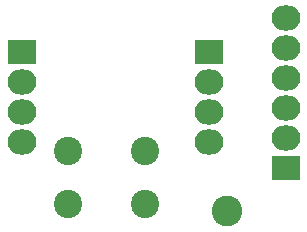
<source format=gbs>
G04 #@! TF.GenerationSoftware,KiCad,Pcbnew,no-vcs-found-7545~57~ubuntu16.04.1*
G04 #@! TF.CreationDate,2017-01-29T23:55:35+05:30*
G04 #@! TF.ProjectId,attiny13a,617474696E793133612E6B696361645F,0.1*
G04 #@! TF.FileFunction,Soldermask,Bot*
G04 #@! TF.FilePolarity,Negative*
%FSLAX46Y46*%
G04 Gerber Fmt 4.6, Leading zero omitted, Abs format (unit mm)*
G04 Created by KiCad (PCBNEW no-vcs-found-7545~57~ubuntu16.04.1) date Sun Jan 29 23:55:35 2017*
%MOMM*%
%LPD*%
G01*
G04 APERTURE LIST*
%ADD10C,0.100000*%
%ADD11C,2.400000*%
%ADD12O,2.432000X2.127200*%
%ADD13R,2.432000X2.127200*%
%ADD14C,2.600000*%
G04 APERTURE END LIST*
D10*
D11*
X126873000Y-102036000D03*
X126873000Y-97536000D03*
X133373000Y-102036000D03*
X133373000Y-97536000D03*
D12*
X138811000Y-96774000D03*
X138811000Y-94234000D03*
X138811000Y-91694000D03*
D13*
X138811000Y-89154000D03*
X122936000Y-89154000D03*
D12*
X122936000Y-91694000D03*
X122936000Y-94234000D03*
X122936000Y-96774000D03*
X145288000Y-86233000D03*
X145288000Y-88773000D03*
X145288000Y-91313000D03*
X145288000Y-93853000D03*
X145288000Y-96393000D03*
D13*
X145288000Y-98933000D03*
D14*
X140335000Y-102616000D03*
M02*

</source>
